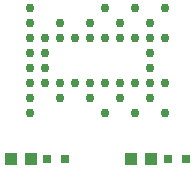
<source format=gtp>
G75*
%MOIN*%
%OFA0B0*%
%FSLAX25Y25*%
%IPPOS*%
%LPD*%
%AMOC8*
5,1,8,0,0,1.08239X$1,22.5*
%
%ADD10C,0.02953*%
%ADD11R,0.03937X0.04331*%
%ADD12R,0.03150X0.03150*%
D10*
X0384020Y0160607D03*
X0384020Y0165607D03*
X0394020Y0165607D03*
X0404020Y0165607D03*
X0414020Y0165607D03*
X0414020Y0170607D03*
X0419020Y0170607D03*
X0424020Y0170607D03*
X0429020Y0170607D03*
X0424020Y0175607D03*
X0424020Y0180607D03*
X0424020Y0185607D03*
X0429020Y0185607D03*
X0419020Y0185607D03*
X0414020Y0185607D03*
X0409020Y0185607D03*
X0404020Y0185607D03*
X0399020Y0185607D03*
X0394020Y0185607D03*
X0389020Y0185607D03*
X0384020Y0185607D03*
X0384020Y0190607D03*
X0394020Y0190607D03*
X0404020Y0190607D03*
X0414020Y0190607D03*
X0419020Y0195607D03*
X0429020Y0195607D03*
X0424020Y0190607D03*
X0409020Y0195607D03*
X0384020Y0195607D03*
X0384020Y0180607D03*
X0389020Y0180607D03*
X0389020Y0175607D03*
X0384020Y0175607D03*
X0384020Y0170607D03*
X0389020Y0170607D03*
X0394020Y0170607D03*
X0399020Y0170607D03*
X0404020Y0170607D03*
X0409020Y0170607D03*
X0424020Y0165607D03*
X0429020Y0160607D03*
X0419020Y0160607D03*
X0409020Y0160607D03*
D11*
X0377437Y0145266D03*
X0384130Y0145266D03*
X0417557Y0145266D03*
X0424250Y0145266D03*
D12*
X0429850Y0145266D03*
X0435756Y0145266D03*
X0395636Y0145266D03*
X0389730Y0145266D03*
M02*

</source>
